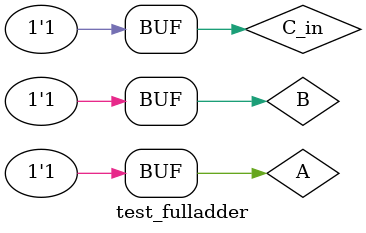
<source format=sv>
`timescale 1ns / 1ps

/*
NOMBRE MODULO: test full_adder
FECHA DE CREACIÓN: 04-04-2023
FECHA DE MODIFICACIÓN:04-04-2023
FUNCION: sumador de 1 bits
*/

module test_fulladder();
    logic A, B, C_in; //entredas para la suma
    logic S, C_out; //salidas
    
    full_adder DUT( //modulo a testear
    .A(A),
    .B(B),
    .C_in(C_in),
    .S(S),
    .C_out(C_out)
    );
    
    initial begin 
    A = 1'b0;
    B = 1'b0;
    C_in = 1'b0;
    #3
    A = 1'b1;
    B = 1'b0;
    C_in = 1'b0;
    #5
    A = 1'b1;
    B = 1'b1;
    C_in = 1'b0;
    #7
    A = 1'b1;
    B = 1'b1;
    C_in = 1'b1;
    end        
endmodule

</source>
